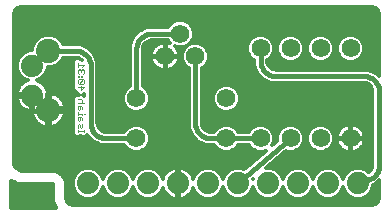
<source format=gbl>
G75*
%MOIN*%
%OFA0B0*%
%FSLAX24Y24*%
%IPPOS*%
%LPD*%
%AMOC8*
5,1,8,0,0,1.08239X$1,22.5*
%
%ADD10C,0.0030*%
%ADD11C,0.0740*%
%ADD12C,0.0620*%
%ADD13C,0.0812*%
%ADD14C,0.0160*%
%ADD15C,0.0120*%
D10*
X002465Y002751D02*
X002465Y002821D01*
X002465Y002786D02*
X002675Y002786D01*
X002675Y002751D02*
X002675Y002821D01*
X002570Y002898D02*
X002605Y002933D01*
X002605Y003038D01*
X002535Y003003D02*
X002535Y002933D01*
X002570Y002898D01*
X002465Y002898D02*
X002465Y003003D01*
X002500Y003038D01*
X002535Y003003D01*
X002500Y003119D02*
X002535Y003154D01*
X002535Y003259D01*
X002570Y003259D02*
X002465Y003259D01*
X002465Y003154D01*
X002500Y003119D01*
X002605Y003154D02*
X002605Y003224D01*
X002570Y003259D01*
X002605Y003340D02*
X002605Y003375D01*
X002465Y003375D01*
X002465Y003340D02*
X002465Y003410D01*
X002500Y003488D02*
X002535Y003523D01*
X002535Y003628D01*
X002570Y003628D02*
X002465Y003628D01*
X002465Y003523D01*
X002500Y003488D01*
X002605Y003523D02*
X002605Y003593D01*
X002570Y003628D01*
X002570Y003709D02*
X002605Y003744D01*
X002605Y003814D01*
X002570Y003849D01*
X002465Y003849D01*
X002465Y003709D02*
X002675Y003709D01*
X002675Y003375D02*
X002710Y003375D01*
X002570Y004151D02*
X002570Y004291D01*
X002500Y004372D02*
X002640Y004512D01*
X002500Y004512D01*
X002465Y004477D01*
X002465Y004407D01*
X002500Y004372D01*
X002640Y004372D01*
X002675Y004407D01*
X002675Y004477D01*
X002640Y004512D01*
X002605Y004593D02*
X002570Y004593D01*
X002570Y004628D01*
X002605Y004628D01*
X002605Y004593D01*
X002500Y004593D02*
X002500Y004628D01*
X002465Y004628D01*
X002465Y004593D01*
X002500Y004593D01*
X002500Y004703D02*
X002465Y004738D01*
X002465Y004808D01*
X002500Y004843D01*
X002535Y004843D01*
X002570Y004808D01*
X002570Y004773D01*
X002570Y004808D02*
X002605Y004843D01*
X002640Y004843D01*
X002675Y004808D01*
X002675Y004738D01*
X002640Y004703D01*
X002605Y004924D02*
X002675Y004994D01*
X002465Y004994D01*
X002465Y004924D02*
X002465Y005064D01*
X002465Y004256D02*
X002675Y004256D01*
X002570Y004151D01*
D11*
X000950Y003970D03*
X000950Y004970D03*
X002810Y001050D03*
X003810Y001050D03*
X004810Y001050D03*
X005810Y001050D03*
X006810Y001050D03*
X007810Y001050D03*
X008810Y001050D03*
X009810Y001050D03*
X010810Y001050D03*
X011810Y001050D03*
D12*
X011560Y002550D03*
X010560Y002550D03*
X009560Y002550D03*
X008560Y002550D03*
X007420Y002550D03*
X007420Y003880D03*
X006380Y005280D03*
X005380Y005280D03*
X005880Y006030D03*
X008560Y005550D03*
X009560Y005550D03*
X010560Y005550D03*
X011560Y005550D03*
X004420Y003880D03*
X004420Y002550D03*
D13*
X001490Y003491D03*
X001490Y005460D03*
D14*
X002400Y005460D01*
X002444Y005458D01*
X002487Y005452D01*
X002529Y005443D01*
X002571Y005430D01*
X002611Y005413D01*
X002650Y005393D01*
X002687Y005370D01*
X002721Y005343D01*
X002754Y005314D01*
X002783Y005281D01*
X002810Y005247D01*
X002833Y005210D01*
X002853Y005171D01*
X002870Y005131D01*
X002883Y005089D01*
X002892Y005047D01*
X002898Y005004D01*
X002900Y004960D01*
X002900Y003050D01*
X002902Y003006D01*
X002908Y002963D01*
X002917Y002921D01*
X002930Y002879D01*
X002947Y002839D01*
X002967Y002800D01*
X002990Y002763D01*
X003017Y002729D01*
X003046Y002696D01*
X003079Y002667D01*
X003113Y002640D01*
X003150Y002617D01*
X003189Y002597D01*
X003229Y002580D01*
X003271Y002567D01*
X003313Y002558D01*
X003356Y002552D01*
X003400Y002550D01*
X004420Y002550D01*
X006380Y003050D02*
X006380Y005280D01*
X005880Y006030D02*
X004920Y006030D01*
X004876Y006028D01*
X004833Y006022D01*
X004791Y006013D01*
X004749Y006000D01*
X004709Y005983D01*
X004670Y005963D01*
X004633Y005940D01*
X004599Y005913D01*
X004566Y005884D01*
X004537Y005851D01*
X004510Y005817D01*
X004487Y005780D01*
X004467Y005741D01*
X004450Y005701D01*
X004437Y005659D01*
X004428Y005617D01*
X004422Y005574D01*
X004420Y005530D01*
X004420Y003880D01*
X006380Y003050D02*
X006382Y003006D01*
X006388Y002963D01*
X006397Y002921D01*
X006410Y002879D01*
X006427Y002839D01*
X006447Y002800D01*
X006470Y002763D01*
X006497Y002729D01*
X006526Y002696D01*
X006559Y002667D01*
X006593Y002640D01*
X006630Y002617D01*
X006669Y002597D01*
X006709Y002580D01*
X006751Y002567D01*
X006793Y002558D01*
X006836Y002552D01*
X006880Y002550D01*
X007420Y002550D01*
X008560Y002550D01*
X009560Y002550D02*
X007810Y001050D01*
X011810Y001150D02*
X012010Y001150D01*
X012054Y001152D01*
X012097Y001158D01*
X012139Y001167D01*
X012181Y001180D01*
X012221Y001197D01*
X012260Y001217D01*
X012297Y001240D01*
X012331Y001267D01*
X012364Y001296D01*
X012393Y001329D01*
X012420Y001363D01*
X012443Y001400D01*
X012463Y001439D01*
X012480Y001479D01*
X012493Y001521D01*
X012502Y001563D01*
X012508Y001606D01*
X012510Y001650D01*
X012510Y004120D01*
X012508Y004164D01*
X012502Y004207D01*
X012493Y004249D01*
X012480Y004291D01*
X012463Y004331D01*
X012443Y004370D01*
X012420Y004407D01*
X012393Y004441D01*
X012364Y004474D01*
X012331Y004503D01*
X012297Y004530D01*
X012260Y004553D01*
X012221Y004573D01*
X012181Y004590D01*
X012139Y004603D01*
X012097Y004612D01*
X012054Y004618D01*
X012010Y004620D01*
X009060Y004620D01*
X009016Y004622D01*
X008973Y004628D01*
X008931Y004637D01*
X008889Y004650D01*
X008849Y004667D01*
X008810Y004687D01*
X008773Y004710D01*
X008739Y004737D01*
X008706Y004766D01*
X008677Y004799D01*
X008650Y004833D01*
X008627Y004870D01*
X008607Y004909D01*
X008590Y004949D01*
X008577Y004991D01*
X008568Y005033D01*
X008562Y005076D01*
X008560Y005120D01*
X008560Y005550D01*
D15*
X001748Y000223D02*
X000250Y000230D01*
X000245Y001137D01*
X000479Y001040D01*
X001610Y001040D01*
X001620Y001039D01*
X001638Y001028D01*
X001649Y001010D01*
X001650Y001000D01*
X001650Y000459D01*
X001748Y000223D01*
X001737Y000249D02*
X000250Y000249D01*
X000249Y000367D02*
X001688Y000367D01*
X001650Y000486D02*
X000249Y000486D01*
X000248Y000604D02*
X001650Y000604D01*
X001650Y000723D02*
X000247Y000723D01*
X000246Y000841D02*
X001650Y000841D01*
X001650Y000960D02*
X000246Y000960D01*
X000245Y001078D02*
X000387Y001078D01*
X000563Y001466D02*
X000459Y001509D01*
X000379Y001589D01*
X000336Y001693D01*
X000330Y001750D01*
X000330Y006650D01*
X000336Y006707D01*
X000379Y006811D01*
X000459Y006891D01*
X000563Y006934D01*
X000620Y006940D01*
X012230Y006940D01*
X012287Y006934D01*
X012391Y006891D01*
X012471Y006811D01*
X012515Y006707D01*
X012520Y006650D01*
X012520Y004628D01*
X012418Y004730D01*
X012418Y004730D01*
X012418Y004730D01*
X012153Y004840D01*
X009060Y004840D01*
X009005Y004845D01*
X008904Y004887D01*
X008827Y004964D01*
X008785Y005065D01*
X008780Y005120D01*
X008780Y005154D01*
X008815Y005169D01*
X008941Y005295D01*
X009010Y005460D01*
X009010Y005640D01*
X008941Y005805D01*
X008815Y005931D01*
X008650Y006000D01*
X008470Y006000D01*
X008305Y005931D01*
X008179Y005805D01*
X008110Y005640D01*
X008110Y005460D01*
X008179Y005295D01*
X008305Y005169D01*
X008340Y005154D01*
X008340Y004977D01*
X008450Y004712D01*
X008652Y004510D01*
X008917Y004400D01*
X012010Y004400D01*
X012065Y004395D01*
X012166Y004353D01*
X012243Y004276D01*
X012285Y004175D01*
X012290Y004120D01*
X012290Y001650D01*
X012285Y001595D01*
X012243Y001494D01*
X012166Y001417D01*
X012164Y001417D01*
X012099Y001482D01*
X011911Y001560D01*
X011709Y001560D01*
X011521Y001482D01*
X011378Y001339D01*
X011310Y001176D01*
X011242Y001339D01*
X011099Y001482D01*
X010911Y001560D01*
X010709Y001560D01*
X010521Y001482D01*
X010378Y001339D01*
X010310Y001176D01*
X010242Y001339D01*
X010099Y001482D01*
X009911Y001560D01*
X009709Y001560D01*
X009521Y001482D01*
X009378Y001339D01*
X009310Y001176D01*
X009242Y001339D01*
X009099Y001482D01*
X008911Y001560D01*
X008743Y001560D01*
X009405Y002127D01*
X009470Y002100D01*
X009650Y002100D01*
X009815Y002169D01*
X009941Y002295D01*
X010010Y002460D01*
X010010Y002640D01*
X009941Y002805D01*
X009815Y002931D01*
X009650Y003000D01*
X009470Y003000D01*
X009305Y002931D01*
X009179Y002805D01*
X009110Y002640D01*
X009110Y002460D01*
X009112Y002456D01*
X008951Y002318D01*
X009010Y002460D01*
X009010Y002640D01*
X008941Y002805D01*
X008815Y002931D01*
X008650Y003000D01*
X008470Y003000D01*
X008305Y002931D01*
X008179Y002805D01*
X008164Y002770D01*
X007816Y002770D01*
X007801Y002805D01*
X007675Y002931D01*
X007510Y003000D01*
X007330Y003000D01*
X007165Y002931D01*
X007039Y002805D01*
X007024Y002770D01*
X006880Y002770D01*
X006825Y002775D01*
X006724Y002817D01*
X006647Y002894D01*
X006605Y002995D01*
X006600Y003050D01*
X006600Y004884D01*
X006635Y004899D01*
X006761Y005025D01*
X006830Y005190D01*
X006830Y005370D01*
X006761Y005535D01*
X006635Y005661D01*
X006470Y005730D01*
X006290Y005730D01*
X006164Y005678D01*
X006261Y005775D01*
X006330Y005940D01*
X006330Y006120D01*
X006261Y006285D01*
X006135Y006411D01*
X005970Y006480D01*
X005790Y006480D01*
X005625Y006411D01*
X005499Y006285D01*
X005484Y006250D01*
X004777Y006250D01*
X004512Y006140D01*
X004310Y005938D01*
X004200Y005673D01*
X004200Y004276D01*
X004165Y004261D01*
X004039Y004135D01*
X003970Y003970D01*
X003970Y003790D01*
X004039Y003625D01*
X004165Y003499D01*
X004330Y003430D01*
X004510Y003430D01*
X004675Y003499D01*
X004801Y003625D01*
X004870Y003790D01*
X004870Y003970D01*
X004801Y004135D01*
X004675Y004261D01*
X004640Y004276D01*
X004640Y005530D01*
X004645Y005585D01*
X004687Y005686D01*
X004764Y005763D01*
X004865Y005805D01*
X004920Y005810D01*
X005484Y005810D01*
X005499Y005775D01*
X005557Y005717D01*
X005490Y005738D01*
X005417Y005750D01*
X005400Y005750D01*
X005400Y005300D01*
X005850Y005300D01*
X005850Y005317D01*
X005838Y005390D01*
X005816Y005460D01*
X005782Y005526D01*
X005738Y005586D01*
X005712Y005612D01*
X005790Y005580D01*
X005970Y005580D01*
X006096Y005632D01*
X005999Y005535D01*
X005930Y005370D01*
X005930Y005190D01*
X005999Y005025D01*
X006125Y004899D01*
X006160Y004884D01*
X006160Y002907D01*
X006270Y002642D01*
X006472Y002440D01*
X006737Y002330D01*
X007024Y002330D01*
X007039Y002295D01*
X007165Y002169D01*
X007330Y002100D01*
X007510Y002100D01*
X007675Y002169D01*
X007801Y002295D01*
X007816Y002330D01*
X008164Y002330D01*
X008179Y002295D01*
X008305Y002169D01*
X008470Y002100D01*
X008650Y002100D01*
X008741Y002138D01*
X008016Y001517D01*
X007911Y001560D01*
X007709Y001560D01*
X007521Y001482D01*
X007378Y001339D01*
X007310Y001176D01*
X007242Y001339D01*
X007099Y001482D01*
X006911Y001560D01*
X006709Y001560D01*
X006521Y001482D01*
X006378Y001339D01*
X006319Y001198D01*
X006301Y001253D01*
X006263Y001328D01*
X006214Y001395D01*
X006155Y001454D01*
X006088Y001503D01*
X006013Y001541D01*
X005934Y001567D01*
X005852Y001580D01*
X005850Y001580D01*
X005850Y001090D01*
X005770Y001090D01*
X005770Y001580D01*
X005768Y001580D01*
X005686Y001567D01*
X005607Y001541D01*
X005532Y001503D01*
X005465Y001454D01*
X005406Y001395D01*
X005357Y001328D01*
X005319Y001253D01*
X005301Y001198D01*
X005242Y001339D01*
X005099Y001482D01*
X004911Y001560D01*
X004709Y001560D01*
X004521Y001482D01*
X004378Y001339D01*
X004310Y001176D01*
X004242Y001339D01*
X004099Y001482D01*
X003911Y001560D01*
X003709Y001560D01*
X003521Y001482D01*
X003378Y001339D01*
X003310Y001176D01*
X003242Y001339D01*
X003099Y001482D01*
X002911Y001560D01*
X002709Y001560D01*
X002521Y001482D01*
X002378Y001339D01*
X002300Y001151D01*
X002300Y000949D01*
X002378Y000761D01*
X002521Y000618D01*
X002709Y000540D01*
X002911Y000540D01*
X003099Y000618D01*
X003242Y000761D01*
X003310Y000924D01*
X003378Y000761D01*
X003521Y000618D01*
X003709Y000540D01*
X003911Y000540D01*
X004099Y000618D01*
X004242Y000761D01*
X004310Y000924D01*
X004378Y000761D01*
X004521Y000618D01*
X004709Y000540D01*
X004911Y000540D01*
X005099Y000618D01*
X005242Y000761D01*
X005301Y000902D01*
X005319Y000847D01*
X005357Y000772D01*
X005406Y000705D01*
X005465Y000646D01*
X005532Y000597D01*
X005607Y000559D01*
X005686Y000533D01*
X005768Y000520D01*
X005770Y000520D01*
X005770Y001010D01*
X005850Y001010D01*
X005850Y000520D01*
X005852Y000520D01*
X005934Y000533D01*
X006013Y000559D01*
X006088Y000597D01*
X006155Y000646D01*
X006214Y000705D01*
X006263Y000772D01*
X006301Y000847D01*
X006319Y000902D01*
X006378Y000761D01*
X006521Y000618D01*
X006709Y000540D01*
X006911Y000540D01*
X007099Y000618D01*
X007242Y000761D01*
X007310Y000924D01*
X007378Y000761D01*
X007521Y000618D01*
X007709Y000540D01*
X007911Y000540D01*
X008099Y000618D01*
X008242Y000761D01*
X008310Y000924D01*
X008378Y000761D01*
X008521Y000618D01*
X008709Y000540D01*
X008911Y000540D01*
X009099Y000618D01*
X009242Y000761D01*
X009310Y000924D01*
X009378Y000761D01*
X009521Y000618D01*
X009709Y000540D01*
X009911Y000540D01*
X010099Y000618D01*
X010242Y000761D01*
X010310Y000924D01*
X010378Y000761D01*
X010521Y000618D01*
X010709Y000540D01*
X010911Y000540D01*
X011099Y000618D01*
X011242Y000761D01*
X011310Y000924D01*
X011378Y000761D01*
X011521Y000618D01*
X011709Y000540D01*
X011911Y000540D01*
X012099Y000618D01*
X012242Y000761D01*
X012320Y000949D01*
X012320Y000999D01*
X012418Y001040D01*
X012520Y001142D01*
X012520Y000600D01*
X012515Y000543D01*
X012471Y000439D01*
X012391Y000359D01*
X012287Y000316D01*
X012230Y000310D01*
X002360Y000310D01*
X002303Y000316D01*
X002199Y000359D01*
X002119Y000439D01*
X002076Y000543D01*
X002070Y000600D01*
X002070Y001123D01*
X001947Y001337D01*
X001947Y001337D01*
X001947Y001337D01*
X001733Y001460D01*
X000620Y001460D01*
X000563Y001466D01*
X000416Y001552D02*
X002689Y001552D01*
X002931Y001552D02*
X003689Y001552D01*
X003931Y001552D02*
X004689Y001552D01*
X004931Y001552D02*
X005640Y001552D01*
X005770Y001552D02*
X005850Y001552D01*
X005980Y001552D02*
X006689Y001552D01*
X006931Y001552D02*
X007689Y001552D01*
X007931Y001552D02*
X008058Y001552D01*
X008196Y001671D02*
X000345Y001671D01*
X000330Y001789D02*
X008334Y001789D01*
X008472Y001908D02*
X000330Y001908D01*
X000330Y002026D02*
X008611Y002026D01*
X008363Y002145D02*
X007617Y002145D01*
X007769Y002263D02*
X008211Y002263D01*
X008977Y002382D02*
X009025Y002382D01*
X009010Y002500D02*
X009110Y002500D01*
X009110Y002619D02*
X009010Y002619D01*
X008970Y002737D02*
X009150Y002737D01*
X009229Y002856D02*
X008891Y002856D01*
X008712Y002974D02*
X009408Y002974D01*
X009712Y002974D02*
X010408Y002974D01*
X010470Y003000D02*
X010305Y002931D01*
X010179Y002805D01*
X010110Y002640D01*
X010110Y002460D01*
X010179Y002295D01*
X010305Y002169D01*
X010470Y002100D01*
X010650Y002100D01*
X010815Y002169D01*
X010941Y002295D01*
X011010Y002460D01*
X011010Y002640D01*
X010941Y002805D01*
X010815Y002931D01*
X010650Y003000D01*
X010470Y003000D01*
X010712Y002974D02*
X011357Y002974D01*
X011380Y002986D02*
X011314Y002952D01*
X011254Y002908D01*
X011202Y002856D01*
X011158Y002796D01*
X011124Y002730D01*
X011102Y002660D01*
X011090Y002587D01*
X011090Y002570D01*
X011540Y002570D01*
X011540Y003020D01*
X011523Y003020D01*
X011450Y003008D01*
X011380Y002986D01*
X011540Y002974D02*
X011580Y002974D01*
X011580Y003020D02*
X011580Y002570D01*
X011540Y002570D01*
X011540Y002530D01*
X011090Y002530D01*
X011090Y002513D01*
X011102Y002440D01*
X011124Y002370D01*
X011158Y002304D01*
X011202Y002244D01*
X011254Y002192D01*
X011314Y002148D01*
X011380Y002114D01*
X011450Y002092D01*
X011523Y002080D01*
X011540Y002080D01*
X011540Y002530D01*
X011580Y002530D01*
X011580Y002570D01*
X012030Y002570D01*
X012030Y002587D01*
X012018Y002660D01*
X011996Y002730D01*
X011962Y002796D01*
X011918Y002856D01*
X011866Y002908D01*
X011806Y002952D01*
X011740Y002986D01*
X011670Y003008D01*
X011597Y003020D01*
X011580Y003020D01*
X011763Y002974D02*
X012290Y002974D01*
X012290Y002856D02*
X011919Y002856D01*
X011992Y002737D02*
X012290Y002737D01*
X012290Y002619D02*
X012025Y002619D01*
X012030Y002530D02*
X011580Y002530D01*
X011580Y002080D01*
X011597Y002080D01*
X011670Y002092D01*
X011740Y002114D01*
X011806Y002148D01*
X011866Y002192D01*
X011918Y002244D01*
X011962Y002304D01*
X011996Y002370D01*
X012018Y002440D01*
X012030Y002513D01*
X012030Y002530D01*
X012028Y002500D02*
X012290Y002500D01*
X012290Y002382D02*
X011999Y002382D01*
X011932Y002263D02*
X012290Y002263D01*
X012290Y002145D02*
X011799Y002145D01*
X011580Y002145D02*
X011540Y002145D01*
X011540Y002263D02*
X011580Y002263D01*
X011580Y002382D02*
X011540Y002382D01*
X011540Y002500D02*
X011580Y002500D01*
X011580Y002619D02*
X011540Y002619D01*
X011540Y002737D02*
X011580Y002737D01*
X011580Y002856D02*
X011540Y002856D01*
X011201Y002856D02*
X010891Y002856D01*
X010970Y002737D02*
X011128Y002737D01*
X011095Y002619D02*
X011010Y002619D01*
X011010Y002500D02*
X011092Y002500D01*
X011121Y002382D02*
X010977Y002382D01*
X010909Y002263D02*
X011188Y002263D01*
X011321Y002145D02*
X010757Y002145D01*
X010363Y002145D02*
X009757Y002145D01*
X009909Y002263D02*
X010211Y002263D01*
X010143Y002382D02*
X009977Y002382D01*
X010010Y002500D02*
X010110Y002500D01*
X010110Y002619D02*
X010010Y002619D01*
X009970Y002737D02*
X010150Y002737D01*
X010229Y002856D02*
X009891Y002856D01*
X009287Y002026D02*
X012290Y002026D01*
X012290Y001908D02*
X009148Y001908D01*
X009010Y001789D02*
X012290Y001789D01*
X012290Y001671D02*
X008872Y001671D01*
X008931Y001552D02*
X009689Y001552D01*
X009931Y001552D02*
X010689Y001552D01*
X010931Y001552D02*
X011689Y001552D01*
X011931Y001552D02*
X012267Y001552D01*
X012182Y001434D02*
X012148Y001434D01*
X011810Y001150D02*
X011810Y001050D01*
X011368Y001315D02*
X011252Y001315D01*
X011301Y001197D02*
X011319Y001197D01*
X011472Y001434D02*
X011148Y001434D01*
X010472Y001434D02*
X010148Y001434D01*
X010252Y001315D02*
X010368Y001315D01*
X010319Y001197D02*
X010301Y001197D01*
X010275Y000841D02*
X010345Y000841D01*
X010416Y000723D02*
X010204Y000723D01*
X010066Y000604D02*
X010554Y000604D01*
X011066Y000604D02*
X011554Y000604D01*
X011416Y000723D02*
X011204Y000723D01*
X011275Y000841D02*
X011345Y000841D01*
X012066Y000604D02*
X012520Y000604D01*
X012515Y000543D02*
X012515Y000543D01*
X012491Y000486D02*
X002100Y000486D01*
X002191Y000367D02*
X012399Y000367D01*
X012520Y000723D02*
X012204Y000723D01*
X012275Y000841D02*
X012520Y000841D01*
X012520Y000960D02*
X012320Y000960D01*
X012418Y001040D02*
X012418Y001040D01*
X012456Y001078D02*
X012520Y001078D01*
X009554Y000604D02*
X009066Y000604D01*
X009204Y000723D02*
X009416Y000723D01*
X009345Y000841D02*
X009275Y000841D01*
X009301Y001197D02*
X009319Y001197D01*
X009368Y001315D02*
X009252Y001315D01*
X009148Y001434D02*
X009472Y001434D01*
X008318Y001196D02*
X008310Y001176D01*
X008306Y001185D01*
X008318Y001196D01*
X008345Y000841D02*
X008275Y000841D01*
X008204Y000723D02*
X008416Y000723D01*
X008554Y000604D02*
X008066Y000604D01*
X007554Y000604D02*
X007066Y000604D01*
X007204Y000723D02*
X007416Y000723D01*
X007345Y000841D02*
X007275Y000841D01*
X007301Y001197D02*
X007319Y001197D01*
X007368Y001315D02*
X007252Y001315D01*
X007148Y001434D02*
X007472Y001434D01*
X006472Y001434D02*
X006176Y001434D01*
X006270Y001315D02*
X006368Y001315D01*
X005850Y001315D02*
X005770Y001315D01*
X005770Y001197D02*
X005850Y001197D01*
X005850Y001434D02*
X005770Y001434D01*
X005444Y001434D02*
X005148Y001434D01*
X005252Y001315D02*
X005350Y001315D01*
X005770Y000960D02*
X005850Y000960D01*
X005850Y000841D02*
X005770Y000841D01*
X005770Y000723D02*
X005850Y000723D01*
X005850Y000604D02*
X005770Y000604D01*
X005522Y000604D02*
X005066Y000604D01*
X005204Y000723D02*
X005393Y000723D01*
X005322Y000841D02*
X005275Y000841D01*
X004554Y000604D02*
X004066Y000604D01*
X004204Y000723D02*
X004416Y000723D01*
X004345Y000841D02*
X004275Y000841D01*
X004301Y001197D02*
X004319Y001197D01*
X004368Y001315D02*
X004252Y001315D01*
X004148Y001434D02*
X004472Y001434D01*
X003472Y001434D02*
X003148Y001434D01*
X003252Y001315D02*
X003368Y001315D01*
X003319Y001197D02*
X003301Y001197D01*
X003275Y000841D02*
X003345Y000841D01*
X003416Y000723D02*
X003204Y000723D01*
X003066Y000604D02*
X003554Y000604D01*
X002554Y000604D02*
X002070Y000604D01*
X002070Y000723D02*
X002416Y000723D01*
X002345Y000841D02*
X002070Y000841D01*
X002070Y000960D02*
X002300Y000960D01*
X002300Y001078D02*
X002070Y001078D01*
X002028Y001197D02*
X002319Y001197D01*
X002368Y001315D02*
X001959Y001315D01*
X001779Y001434D02*
X002472Y001434D01*
X002992Y002440D02*
X003257Y002330D01*
X004024Y002330D01*
X004039Y002295D01*
X004165Y002169D01*
X004330Y002100D01*
X004510Y002100D01*
X004675Y002169D01*
X004801Y002295D01*
X004870Y002460D01*
X004870Y002640D01*
X004801Y002805D01*
X004675Y002931D01*
X004510Y003000D01*
X004330Y003000D01*
X004165Y002931D01*
X004039Y002805D01*
X004024Y002770D01*
X003400Y002770D01*
X003345Y002775D01*
X003244Y002817D01*
X003167Y002894D01*
X003125Y002995D01*
X003120Y003050D01*
X003120Y005103D01*
X003010Y005368D01*
X002808Y005570D01*
X002808Y005570D01*
X002543Y005680D01*
X001990Y005680D01*
X001953Y005769D01*
X001799Y005923D01*
X001599Y006006D01*
X001381Y006006D01*
X001181Y005923D01*
X001027Y005769D01*
X000944Y005569D01*
X000944Y005480D01*
X000849Y005480D01*
X000661Y005402D01*
X000518Y005259D01*
X000440Y005071D01*
X000440Y004869D01*
X000518Y004681D01*
X000661Y004538D01*
X000802Y004479D01*
X000747Y004461D01*
X000672Y004423D01*
X000605Y004374D01*
X000546Y004315D01*
X000497Y004248D01*
X000459Y004173D01*
X000433Y004094D01*
X000420Y004012D01*
X000420Y004010D01*
X000910Y004010D01*
X000910Y003930D01*
X000990Y003930D01*
X000990Y003757D01*
X000966Y003709D01*
X000938Y003624D01*
X000927Y003551D01*
X000990Y003551D01*
X000990Y003440D01*
X000992Y003440D01*
X001074Y003453D01*
X001153Y003479D01*
X001228Y003517D01*
X001276Y003551D01*
X001430Y003551D01*
X001430Y003431D01*
X001550Y003431D01*
X001550Y002928D01*
X001623Y002940D01*
X001707Y002967D01*
X001787Y003007D01*
X001859Y003060D01*
X001922Y003123D01*
X001974Y003195D01*
X002014Y003274D01*
X002042Y003359D01*
X002053Y003431D01*
X001550Y003431D01*
X001550Y003551D01*
X002053Y003551D01*
X002042Y003624D01*
X002014Y003709D01*
X001974Y003788D01*
X001922Y003860D01*
X001859Y003923D01*
X001787Y003976D01*
X001707Y004016D01*
X001623Y004043D01*
X001550Y004055D01*
X001550Y003552D01*
X001430Y003552D01*
X001430Y003745D01*
X001441Y003767D01*
X001467Y003846D01*
X001480Y003928D01*
X001480Y003930D01*
X001430Y003930D01*
X001430Y004010D01*
X001480Y004010D01*
X001480Y004012D01*
X001467Y004094D01*
X001441Y004173D01*
X001403Y004248D01*
X001354Y004315D01*
X001295Y004374D01*
X001228Y004423D01*
X001153Y004461D01*
X001098Y004479D01*
X001239Y004538D01*
X001382Y004681D01*
X001460Y004869D01*
X001460Y004914D01*
X001599Y004914D01*
X001799Y004997D01*
X001953Y005151D01*
X001990Y005240D01*
X002400Y005240D01*
X002455Y005235D01*
X002492Y005219D01*
X002401Y005219D01*
X002310Y005128D01*
X002310Y004342D01*
X002321Y004331D01*
X002310Y004320D01*
X002310Y004191D01*
X002401Y004101D01*
X002415Y004101D01*
X002415Y004086D01*
X002498Y004004D01*
X002401Y004004D01*
X002310Y003913D01*
X002310Y003784D01*
X002316Y003779D01*
X002310Y003773D01*
X002310Y003090D01*
X002321Y003079D01*
X002310Y003068D01*
X002310Y002687D01*
X002401Y002596D01*
X002529Y002596D01*
X002564Y002631D01*
X002576Y002631D01*
X002611Y002596D01*
X002739Y002596D01*
X002788Y002645D01*
X002790Y002642D01*
X002992Y002440D01*
X002992Y002440D01*
X002932Y002500D02*
X000330Y002500D01*
X000330Y002619D02*
X002378Y002619D01*
X002552Y002619D02*
X002588Y002619D01*
X002762Y002619D02*
X002813Y002619D01*
X002790Y002642D02*
X002790Y002642D01*
X003206Y002856D02*
X004089Y002856D01*
X004268Y002974D02*
X003134Y002974D01*
X003120Y003093D02*
X006160Y003093D01*
X006160Y003211D02*
X003120Y003211D01*
X003120Y003330D02*
X006160Y003330D01*
X006160Y003448D02*
X004553Y003448D01*
X004743Y003567D02*
X006160Y003567D01*
X006160Y003685D02*
X004826Y003685D01*
X004870Y003804D02*
X006160Y003804D01*
X006160Y003922D02*
X004870Y003922D01*
X004841Y004041D02*
X006160Y004041D01*
X006160Y004159D02*
X004777Y004159D01*
X004640Y004278D02*
X006160Y004278D01*
X006160Y004396D02*
X004640Y004396D01*
X004640Y004515D02*
X006160Y004515D01*
X006160Y004633D02*
X004640Y004633D01*
X004640Y004752D02*
X006160Y004752D01*
X006160Y004870D02*
X005611Y004870D01*
X005626Y004878D02*
X005686Y004922D01*
X005738Y004974D01*
X005782Y005034D01*
X005816Y005100D01*
X005838Y005170D01*
X005850Y005243D01*
X005850Y005260D01*
X005400Y005260D01*
X005400Y005300D01*
X005360Y005300D01*
X005360Y005750D01*
X005343Y005750D01*
X005270Y005738D01*
X005200Y005716D01*
X005134Y005682D01*
X005074Y005638D01*
X005022Y005586D01*
X004978Y005526D01*
X004944Y005460D01*
X004922Y005390D01*
X004910Y005317D01*
X004910Y005300D01*
X005360Y005300D01*
X005360Y005260D01*
X005400Y005260D01*
X005400Y004810D01*
X005417Y004810D01*
X005490Y004822D01*
X005560Y004844D01*
X005626Y004878D01*
X005749Y004989D02*
X006035Y004989D01*
X005965Y005107D02*
X005818Y005107D01*
X005847Y005226D02*
X005930Y005226D01*
X005930Y005344D02*
X005846Y005344D01*
X005814Y005463D02*
X005969Y005463D01*
X005972Y005581D02*
X006045Y005581D01*
X006186Y005700D02*
X006217Y005700D01*
X006279Y005818D02*
X008192Y005818D01*
X008317Y005937D02*
X006328Y005937D01*
X006330Y006055D02*
X012520Y006055D01*
X012520Y005937D02*
X011803Y005937D01*
X011815Y005931D02*
X011650Y006000D01*
X011470Y006000D01*
X011305Y005931D01*
X011179Y005805D01*
X011110Y005640D01*
X011110Y005460D01*
X011179Y005295D01*
X011305Y005169D01*
X011470Y005100D01*
X011650Y005100D01*
X011815Y005169D01*
X011941Y005295D01*
X012010Y005460D01*
X012010Y005640D01*
X011941Y005805D01*
X011815Y005931D01*
X011928Y005818D02*
X012520Y005818D01*
X012520Y005700D02*
X011985Y005700D01*
X012010Y005581D02*
X012520Y005581D01*
X012520Y005463D02*
X012010Y005463D01*
X011962Y005344D02*
X012520Y005344D01*
X012520Y005226D02*
X011872Y005226D01*
X011666Y005107D02*
X012520Y005107D01*
X012520Y004989D02*
X008817Y004989D01*
X008781Y005107D02*
X009454Y005107D01*
X009470Y005100D02*
X009650Y005100D01*
X009815Y005169D01*
X009941Y005295D01*
X010010Y005460D01*
X010010Y005640D01*
X009941Y005805D01*
X009815Y005931D01*
X009650Y006000D01*
X009470Y006000D01*
X009305Y005931D01*
X009179Y005805D01*
X009110Y005640D01*
X009110Y005460D01*
X009179Y005295D01*
X009305Y005169D01*
X009470Y005100D01*
X009666Y005107D02*
X010454Y005107D01*
X010470Y005100D02*
X010650Y005100D01*
X010815Y005169D01*
X010941Y005295D01*
X011010Y005460D01*
X011010Y005640D01*
X010941Y005805D01*
X010815Y005931D01*
X010650Y006000D01*
X010470Y006000D01*
X010305Y005931D01*
X010179Y005805D01*
X010110Y005640D01*
X010110Y005460D01*
X010179Y005295D01*
X010305Y005169D01*
X010470Y005100D01*
X010666Y005107D02*
X011454Y005107D01*
X011248Y005226D02*
X010872Y005226D01*
X010962Y005344D02*
X011158Y005344D01*
X011110Y005463D02*
X011010Y005463D01*
X011010Y005581D02*
X011110Y005581D01*
X011135Y005700D02*
X010985Y005700D01*
X010928Y005818D02*
X011192Y005818D01*
X011317Y005937D02*
X010803Y005937D01*
X010317Y005937D02*
X009803Y005937D01*
X009928Y005818D02*
X010192Y005818D01*
X010135Y005700D02*
X009985Y005700D01*
X010010Y005581D02*
X010110Y005581D01*
X010110Y005463D02*
X010010Y005463D01*
X009962Y005344D02*
X010158Y005344D01*
X010248Y005226D02*
X009872Y005226D01*
X009248Y005226D02*
X008872Y005226D01*
X008962Y005344D02*
X009158Y005344D01*
X009110Y005463D02*
X009010Y005463D01*
X009010Y005581D02*
X009110Y005581D01*
X009135Y005700D02*
X008985Y005700D01*
X008928Y005818D02*
X009192Y005818D01*
X009317Y005937D02*
X008803Y005937D01*
X008135Y005700D02*
X006543Y005700D01*
X006715Y005581D02*
X008110Y005581D01*
X008110Y005463D02*
X006791Y005463D01*
X006830Y005344D02*
X008158Y005344D01*
X008248Y005226D02*
X006830Y005226D01*
X006795Y005107D02*
X008340Y005107D01*
X008340Y004989D02*
X006725Y004989D01*
X006600Y004870D02*
X008384Y004870D01*
X008433Y004752D02*
X006600Y004752D01*
X006600Y004633D02*
X008529Y004633D01*
X008450Y004712D02*
X008450Y004712D01*
X008647Y004515D02*
X006600Y004515D01*
X006600Y004396D02*
X012051Y004396D01*
X012241Y004278D02*
X007636Y004278D01*
X007675Y004261D02*
X007510Y004330D01*
X007330Y004330D01*
X007165Y004261D01*
X007039Y004135D01*
X006970Y003970D01*
X006970Y003790D01*
X007039Y003625D01*
X007165Y003499D01*
X007330Y003430D01*
X007510Y003430D01*
X007675Y003499D01*
X007801Y003625D01*
X007870Y003790D01*
X007870Y003970D01*
X007801Y004135D01*
X007675Y004261D01*
X007777Y004159D02*
X012286Y004159D01*
X012290Y004041D02*
X007841Y004041D01*
X007870Y003922D02*
X012290Y003922D01*
X012290Y003804D02*
X007870Y003804D01*
X007826Y003685D02*
X012290Y003685D01*
X012290Y003567D02*
X007743Y003567D01*
X007553Y003448D02*
X012290Y003448D01*
X012290Y003330D02*
X006600Y003330D01*
X006600Y003448D02*
X007287Y003448D01*
X007097Y003567D02*
X006600Y003567D01*
X006600Y003685D02*
X007014Y003685D01*
X006970Y003804D02*
X006600Y003804D01*
X006600Y003922D02*
X006970Y003922D01*
X006999Y004041D02*
X006600Y004041D01*
X006600Y004159D02*
X007063Y004159D01*
X007204Y004278D02*
X006600Y004278D01*
X005400Y004870D02*
X005360Y004870D01*
X005360Y004810D02*
X005360Y005260D01*
X004910Y005260D01*
X004910Y005243D01*
X004922Y005170D01*
X004944Y005100D01*
X004978Y005034D01*
X005022Y004974D01*
X005074Y004922D01*
X005134Y004878D01*
X005200Y004844D01*
X005270Y004822D01*
X005343Y004810D01*
X005360Y004810D01*
X005149Y004870D02*
X004640Y004870D01*
X004640Y004989D02*
X005011Y004989D01*
X004942Y005107D02*
X004640Y005107D01*
X004640Y005226D02*
X004913Y005226D01*
X004914Y005344D02*
X004640Y005344D01*
X004640Y005463D02*
X004946Y005463D01*
X005018Y005581D02*
X004645Y005581D01*
X004701Y005700D02*
X005168Y005700D01*
X005360Y005700D02*
X005400Y005700D01*
X005400Y005581D02*
X005360Y005581D01*
X005360Y005463D02*
X005400Y005463D01*
X005400Y005344D02*
X005360Y005344D01*
X005360Y005226D02*
X005400Y005226D01*
X005400Y005107D02*
X005360Y005107D01*
X005360Y004989D02*
X005400Y004989D01*
X005742Y005581D02*
X005788Y005581D01*
X006308Y006174D02*
X012520Y006174D01*
X012520Y006292D02*
X006254Y006292D01*
X006136Y006411D02*
X012520Y006411D01*
X012520Y006529D02*
X000330Y006529D01*
X000330Y006648D02*
X012520Y006648D01*
X012490Y006766D02*
X000360Y006766D01*
X000452Y006885D02*
X012398Y006885D01*
X012520Y004870D02*
X008946Y004870D01*
X008652Y004510D02*
X008652Y004510D01*
X006600Y003211D02*
X012290Y003211D01*
X012290Y003093D02*
X006600Y003093D01*
X006614Y002974D02*
X007268Y002974D01*
X007089Y002856D02*
X006686Y002856D01*
X006293Y002619D02*
X004870Y002619D01*
X004870Y002500D02*
X006412Y002500D01*
X006472Y002440D02*
X006472Y002440D01*
X006612Y002382D02*
X004837Y002382D01*
X004769Y002263D02*
X007071Y002263D01*
X007223Y002145D02*
X004617Y002145D01*
X004223Y002145D02*
X000330Y002145D01*
X000330Y002263D02*
X004071Y002263D01*
X004830Y002737D02*
X006230Y002737D01*
X006270Y002642D02*
X006270Y002642D01*
X006181Y002856D02*
X004751Y002856D01*
X004572Y002974D02*
X006160Y002974D01*
X007572Y002974D02*
X008408Y002974D01*
X008229Y002856D02*
X007751Y002856D01*
X006345Y000841D02*
X006298Y000841D01*
X006227Y000723D02*
X006416Y000723D01*
X006554Y000604D02*
X006098Y000604D01*
X003132Y002382D02*
X000330Y002382D01*
X000330Y002737D02*
X002310Y002737D01*
X002310Y002856D02*
X000330Y002856D01*
X000330Y002974D02*
X001259Y002974D01*
X001273Y002967D02*
X001357Y002940D01*
X001430Y002928D01*
X001430Y003431D01*
X000927Y003431D01*
X000938Y003359D01*
X000966Y003274D01*
X001006Y003195D01*
X001058Y003123D01*
X001121Y003060D01*
X001193Y003007D01*
X001273Y002967D01*
X001430Y002974D02*
X001550Y002974D01*
X001721Y002974D02*
X002310Y002974D01*
X002310Y003093D02*
X001891Y003093D01*
X001982Y003211D02*
X002310Y003211D01*
X002310Y003330D02*
X002032Y003330D01*
X002310Y003448D02*
X001550Y003448D01*
X001550Y003567D02*
X001430Y003567D01*
X001430Y003448D02*
X001042Y003448D01*
X000990Y003448D02*
X000910Y003448D01*
X000910Y003440D02*
X000910Y003930D01*
X000420Y003930D01*
X000420Y003928D01*
X000433Y003846D01*
X000459Y003767D01*
X000497Y003692D01*
X000546Y003625D01*
X000605Y003566D01*
X000672Y003517D01*
X000747Y003479D01*
X000826Y003453D01*
X000908Y003440D01*
X000910Y003440D01*
X000858Y003448D02*
X000330Y003448D01*
X000330Y003567D02*
X000604Y003567D01*
X000502Y003685D02*
X000330Y003685D01*
X000330Y003804D02*
X000447Y003804D01*
X000421Y003922D02*
X000330Y003922D01*
X000330Y004041D02*
X000425Y004041D01*
X000454Y004159D02*
X000330Y004159D01*
X000330Y004278D02*
X000518Y004278D01*
X000635Y004396D02*
X000330Y004396D01*
X000330Y004515D02*
X000717Y004515D01*
X000566Y004633D02*
X000330Y004633D01*
X000330Y004752D02*
X000488Y004752D01*
X000440Y004870D02*
X000330Y004870D01*
X000330Y004989D02*
X000440Y004989D01*
X000455Y005107D02*
X000330Y005107D01*
X000330Y005226D02*
X000504Y005226D01*
X000603Y005344D02*
X000330Y005344D01*
X000330Y005463D02*
X000806Y005463D01*
X000949Y005581D02*
X000330Y005581D01*
X000330Y005700D02*
X000998Y005700D01*
X001076Y005818D02*
X000330Y005818D01*
X000330Y005937D02*
X001214Y005937D01*
X001766Y005937D02*
X004309Y005937D01*
X004310Y005938D02*
X004310Y005938D01*
X004427Y006055D02*
X000330Y006055D01*
X000330Y006174D02*
X004592Y006174D01*
X004512Y006140D02*
X004512Y006140D01*
X004260Y005818D02*
X001904Y005818D01*
X001982Y005700D02*
X004211Y005700D01*
X004200Y005581D02*
X002782Y005581D01*
X002916Y005463D02*
X004200Y005463D01*
X004200Y005344D02*
X003020Y005344D01*
X003010Y005368D02*
X003010Y005368D01*
X003069Y005226D02*
X004200Y005226D01*
X004200Y005107D02*
X003118Y005107D01*
X003120Y004989D02*
X004200Y004989D01*
X004200Y004870D02*
X003120Y004870D01*
X003120Y004752D02*
X004200Y004752D01*
X004200Y004633D02*
X003120Y004633D01*
X003120Y004515D02*
X004200Y004515D01*
X004200Y004396D02*
X003120Y004396D01*
X003120Y004278D02*
X004200Y004278D01*
X004063Y004159D02*
X003120Y004159D01*
X003120Y004041D02*
X003999Y004041D01*
X003970Y003922D02*
X003120Y003922D01*
X003120Y003804D02*
X003970Y003804D01*
X004014Y003685D02*
X003120Y003685D01*
X003120Y003567D02*
X004097Y003567D01*
X004287Y003448D02*
X003120Y003448D01*
X002680Y003958D02*
X002638Y004000D01*
X002680Y004041D01*
X002680Y003958D01*
X002679Y004041D02*
X002680Y004041D01*
X002461Y004041D02*
X001632Y004041D01*
X001550Y004041D02*
X001475Y004041D01*
X001446Y004159D02*
X002342Y004159D01*
X002310Y004278D02*
X001382Y004278D01*
X001265Y004396D02*
X002310Y004396D01*
X002310Y004515D02*
X001183Y004515D01*
X001334Y004633D02*
X002310Y004633D01*
X002310Y004752D02*
X001412Y004752D01*
X001460Y004870D02*
X002310Y004870D01*
X002310Y004989D02*
X001778Y004989D01*
X001909Y005107D02*
X002310Y005107D01*
X002477Y005226D02*
X001984Y005226D01*
X002555Y005193D02*
X002556Y005193D01*
X002599Y005149D01*
X002555Y005193D01*
X002599Y005149D02*
X002599Y005149D01*
X002319Y003922D02*
X001860Y003922D01*
X001963Y003804D02*
X002310Y003804D01*
X002310Y003685D02*
X002022Y003685D01*
X002051Y003567D02*
X002310Y003567D01*
X001550Y003685D02*
X001430Y003685D01*
X001453Y003804D02*
X001550Y003804D01*
X001550Y003922D02*
X001479Y003922D01*
X000990Y003922D02*
X000910Y003922D01*
X000910Y003804D02*
X000990Y003804D01*
X000958Y003685D02*
X000910Y003685D01*
X000910Y003567D02*
X000929Y003567D01*
X000948Y003330D02*
X000330Y003330D01*
X000330Y003211D02*
X000998Y003211D01*
X001089Y003093D02*
X000330Y003093D01*
X001430Y003093D02*
X001550Y003093D01*
X001550Y003211D02*
X001430Y003211D01*
X001430Y003330D02*
X001550Y003330D01*
X000330Y006292D02*
X005506Y006292D01*
X005624Y006411D02*
X000330Y006411D01*
X012367Y004752D02*
X012520Y004752D01*
X012515Y004633D02*
X012520Y004633D01*
M02*

</source>
